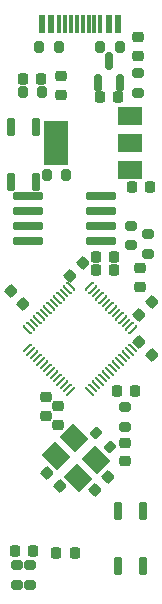
<source format=gbr>
%TF.GenerationSoftware,KiCad,Pcbnew,7.0.10*%
%TF.CreationDate,2024-01-20T01:54:22+09:00*%
%TF.ProjectId,slim,736c696d-2e6b-4696-9361-645f70636258,rev?*%
%TF.SameCoordinates,Original*%
%TF.FileFunction,Paste,Top*%
%TF.FilePolarity,Positive*%
%FSLAX46Y46*%
G04 Gerber Fmt 4.6, Leading zero omitted, Abs format (unit mm)*
G04 Created by KiCad (PCBNEW 7.0.10) date 2024-01-20 01:54:22*
%MOMM*%
%LPD*%
G01*
G04 APERTURE LIST*
G04 Aperture macros list*
%AMRoundRect*
0 Rectangle with rounded corners*
0 $1 Rounding radius*
0 $2 $3 $4 $5 $6 $7 $8 $9 X,Y pos of 4 corners*
0 Add a 4 corners polygon primitive as box body*
4,1,4,$2,$3,$4,$5,$6,$7,$8,$9,$2,$3,0*
0 Add four circle primitives for the rounded corners*
1,1,$1+$1,$2,$3*
1,1,$1+$1,$4,$5*
1,1,$1+$1,$6,$7*
1,1,$1+$1,$8,$9*
0 Add four rect primitives between the rounded corners*
20,1,$1+$1,$2,$3,$4,$5,0*
20,1,$1+$1,$4,$5,$6,$7,0*
20,1,$1+$1,$6,$7,$8,$9,0*
20,1,$1+$1,$8,$9,$2,$3,0*%
%AMRotRect*
0 Rectangle, with rotation*
0 The origin of the aperture is its center*
0 $1 length*
0 $2 width*
0 $3 Rotation angle, in degrees counterclockwise*
0 Add horizontal line*
21,1,$1,$2,0,0,$3*%
G04 Aperture macros list end*
%ADD10RoundRect,0.200000X-0.275000X0.200000X-0.275000X-0.200000X0.275000X-0.200000X0.275000X0.200000X0*%
%ADD11RoundRect,0.225000X0.250000X-0.225000X0.250000X0.225000X-0.250000X0.225000X-0.250000X-0.225000X0*%
%ADD12RoundRect,0.225000X0.225000X0.250000X-0.225000X0.250000X-0.225000X-0.250000X0.225000X-0.250000X0*%
%ADD13RoundRect,0.225000X-0.250000X0.225000X-0.250000X-0.225000X0.250000X-0.225000X0.250000X0.225000X0*%
%ADD14RoundRect,0.200000X-0.335876X-0.053033X-0.053033X-0.335876X0.335876X0.053033X0.053033X0.335876X0*%
%ADD15RoundRect,0.200000X-0.200000X-0.275000X0.200000X-0.275000X0.200000X0.275000X-0.200000X0.275000X0*%
%ADD16RoundRect,0.225000X-0.335876X-0.017678X-0.017678X-0.335876X0.335876X0.017678X0.017678X0.335876X0*%
%ADD17R,2.000000X1.500000*%
%ADD18R,2.000000X3.800000*%
%ADD19RoundRect,0.162500X0.162500X-0.612500X0.162500X0.612500X-0.162500X0.612500X-0.162500X-0.612500X0*%
%ADD20RoundRect,0.100000X0.000000X0.000000X0.000000X0.000000X0.000000X0.000000X0.000000X0.000000X0*%
%ADD21RoundRect,0.100000X-0.282843X-0.282843X-0.282843X-0.282843X0.282843X0.282843X0.282843X0.282843X0*%
%ADD22RoundRect,0.100000X0.000000X0.000000X0.000000X0.000000X0.000000X0.000000X0.000000X0.000000X0*%
%ADD23RoundRect,0.100000X-0.282843X0.282843X-0.282843X0.282843X0.282843X-0.282843X0.282843X-0.282843X0*%
%ADD24RoundRect,0.100000X0.000000X0.000000X0.000000X0.000000X0.000000X0.000000X0.000000X0.000000X0*%
%ADD25RoundRect,0.100000X0.282843X0.282843X0.282843X0.282843X-0.282843X-0.282843X-0.282843X-0.282843X0*%
%ADD26RoundRect,0.100000X0.000000X0.000000X0.000000X0.000000X0.000000X0.000000X0.000000X0.000000X0*%
%ADD27RoundRect,0.100000X0.282843X-0.282843X0.282843X-0.282843X-0.282843X0.282843X-0.282843X0.282843X0*%
%ADD28RoundRect,0.218750X-0.256250X0.218750X-0.256250X-0.218750X0.256250X-0.218750X0.256250X0.218750X0*%
%ADD29RoundRect,0.200000X0.275000X-0.200000X0.275000X0.200000X-0.275000X0.200000X-0.275000X-0.200000X0*%
%ADD30RoundRect,0.225000X0.335876X0.017678X0.017678X0.335876X-0.335876X-0.017678X-0.017678X-0.335876X0*%
%ADD31RoundRect,0.200000X0.200000X0.275000X-0.200000X0.275000X-0.200000X-0.275000X0.200000X-0.275000X0*%
%ADD32R,0.575000X1.650000*%
%ADD33R,0.300000X1.650000*%
%ADD34RoundRect,0.162500X-0.162500X0.612500X-0.162500X-0.612500X0.162500X-0.612500X0.162500X0.612500X0*%
%ADD35RoundRect,0.225000X-0.017678X0.335876X-0.335876X0.017678X0.017678X-0.335876X0.335876X-0.017678X0*%
%ADD36RoundRect,0.225000X0.017678X-0.335876X0.335876X-0.017678X-0.017678X0.335876X-0.335876X0.017678X0*%
%ADD37RoundRect,0.150000X0.150000X-0.587500X0.150000X0.587500X-0.150000X0.587500X-0.150000X-0.587500X0*%
%ADD38RoundRect,0.225000X-0.225000X-0.250000X0.225000X-0.250000X0.225000X0.250000X-0.225000X0.250000X0*%
%ADD39RotRect,1.900000X1.650000X315.000000*%
%ADD40RoundRect,0.218750X0.256250X-0.218750X0.256250X0.218750X-0.256250X0.218750X-0.256250X-0.218750X0*%
%ADD41RoundRect,0.150000X-1.150000X-0.150000X1.150000X-0.150000X1.150000X0.150000X-1.150000X0.150000X0*%
G04 APERTURE END LIST*
D10*
%TO.C,R8*%
X73288000Y-114485600D03*
X73288000Y-112835600D03*
%TD*%
%TO.C,R10*%
X83335000Y-86435000D03*
X83335000Y-84785000D03*
%TD*%
D11*
%TO.C,C17*%
X75900000Y-71440000D03*
X75900000Y-72990000D03*
%TD*%
D12*
%TO.C,C5*%
X79235000Y-73140000D03*
X80785000Y-73140000D03*
%TD*%
%TO.C,C18*%
X81920000Y-80780000D03*
X83470000Y-80780000D03*
%TD*%
D13*
%TO.C,C7*%
X75710000Y-100930000D03*
X75710000Y-99380000D03*
%TD*%
D10*
%TO.C,R6*%
X82430000Y-72833800D03*
X82430000Y-71183800D03*
%TD*%
D14*
%TO.C,R3*%
X80060000Y-102770000D03*
X78893274Y-101603274D03*
%TD*%
D15*
%TO.C,R5*%
X80895600Y-68923000D03*
X79245600Y-68923000D03*
%TD*%
D12*
%TO.C,C12*%
X72030000Y-111616400D03*
X73580000Y-111616400D03*
%TD*%
D16*
%TO.C,C16*%
X83636016Y-95056016D03*
X82540000Y-93960000D03*
%TD*%
D13*
%TO.C,C14*%
X74690000Y-100145000D03*
X74690000Y-98595000D03*
%TD*%
D17*
%TO.C,U3*%
X81770000Y-74780000D03*
D18*
X75470000Y-77080000D03*
D17*
X81770000Y-77080000D03*
X81770000Y-79380000D03*
%TD*%
D19*
%TO.C,BOOT*%
X73820000Y-75690000D03*
X73820000Y-80340000D03*
X71670000Y-75690000D03*
X71670000Y-80340000D03*
%TD*%
D10*
%TO.C,R11*%
X81370000Y-101110000D03*
X81370000Y-99460000D03*
%TD*%
%TO.C,R9*%
X81860000Y-85735000D03*
X81860000Y-84085000D03*
%TD*%
D20*
%TO.C,U4*%
X78033045Y-89477410D03*
D21*
X78315887Y-89194567D03*
D20*
X78598730Y-88911725D03*
X78315887Y-89760253D03*
D21*
X78598730Y-89477410D03*
D20*
X78881573Y-89194567D03*
X78598730Y-90043095D03*
D21*
X78881573Y-89760253D03*
D20*
X79164416Y-89477410D03*
X78881573Y-90325938D03*
D21*
X79164416Y-90043095D03*
D20*
X79447258Y-89760253D03*
X79164416Y-90608781D03*
D21*
X79447258Y-90325938D03*
D20*
X79730101Y-90043095D03*
X79447258Y-90891624D03*
D21*
X79730101Y-90608781D03*
D20*
X80012944Y-90325938D03*
X79730101Y-91174466D03*
D21*
X80012944Y-90891624D03*
D20*
X80295786Y-90608781D03*
X80012944Y-91457309D03*
D21*
X80295786Y-91174466D03*
D20*
X80578629Y-90891624D03*
X80295786Y-91740152D03*
D21*
X80578629Y-91457309D03*
D20*
X80861472Y-91174466D03*
X80578629Y-92022994D03*
D21*
X80861472Y-91740152D03*
D20*
X81144315Y-91457309D03*
X80861472Y-92305837D03*
D21*
X81144315Y-92022994D03*
D20*
X81427157Y-91740152D03*
X81144315Y-92588680D03*
D21*
X81427157Y-92305837D03*
D20*
X81710000Y-92022994D03*
X81427157Y-92871523D03*
D21*
X81710000Y-92588680D03*
D20*
X81992843Y-92305837D03*
X81710000Y-93154365D03*
D21*
X81992843Y-92871523D03*
D20*
X82275685Y-92588680D03*
D22*
X82275685Y-94710000D03*
D23*
X81992843Y-94427157D03*
D22*
X81710000Y-94144315D03*
X81992843Y-94992843D03*
D23*
X81710000Y-94710000D03*
D22*
X81427157Y-94427157D03*
X81710000Y-95275686D03*
D23*
X81427157Y-94992843D03*
D22*
X81144315Y-94710000D03*
X81427157Y-95558528D03*
D23*
X81144315Y-95275686D03*
D22*
X80861472Y-94992843D03*
X81144315Y-95841371D03*
D23*
X80861472Y-95558528D03*
D22*
X80578629Y-95275686D03*
X80861472Y-96124214D03*
D23*
X80578629Y-95841371D03*
D22*
X80295786Y-95558528D03*
X80578629Y-96407056D03*
D23*
X80295786Y-96124214D03*
D22*
X80012944Y-95841371D03*
X80295786Y-96689899D03*
D23*
X80012944Y-96407056D03*
D22*
X79730101Y-96124214D03*
X80012944Y-96972742D03*
D23*
X79730101Y-96689899D03*
D22*
X79447258Y-96407056D03*
X79730101Y-97255585D03*
D23*
X79447258Y-96972742D03*
D22*
X79164416Y-96689899D03*
X79447258Y-97538427D03*
D23*
X79164416Y-97255585D03*
D22*
X78881573Y-96972742D03*
X79164416Y-97821270D03*
D23*
X78881573Y-97538427D03*
D22*
X78598730Y-97255585D03*
X78881573Y-98104113D03*
D23*
X78598730Y-97821270D03*
D22*
X78315887Y-97538427D03*
X78598730Y-98386955D03*
D23*
X78315887Y-98104113D03*
D22*
X78033045Y-97821270D03*
D24*
X76477410Y-98386955D03*
D25*
X76760253Y-98104113D03*
D24*
X77043095Y-97821270D03*
X76194567Y-98104113D03*
D25*
X76477410Y-97821270D03*
D24*
X76760253Y-97538427D03*
X75911724Y-97821270D03*
D25*
X76194567Y-97538427D03*
D24*
X76477410Y-97255585D03*
X75628882Y-97538427D03*
D25*
X75911724Y-97255585D03*
D24*
X76194567Y-96972742D03*
X75346039Y-97255585D03*
D25*
X75628882Y-96972742D03*
D24*
X75911724Y-96689899D03*
X75063196Y-96972742D03*
D25*
X75346039Y-96689899D03*
D24*
X75628882Y-96407056D03*
X74780354Y-96689899D03*
D25*
X75063196Y-96407056D03*
D24*
X75346039Y-96124214D03*
X74497511Y-96407056D03*
D25*
X74780354Y-96124214D03*
D24*
X75063196Y-95841371D03*
X74214668Y-96124214D03*
D25*
X74497511Y-95841371D03*
D24*
X74780354Y-95558528D03*
X73931825Y-95841371D03*
D25*
X74214668Y-95558528D03*
D24*
X74497511Y-95275686D03*
X73648983Y-95558528D03*
D25*
X73931825Y-95275686D03*
D24*
X74214668Y-94992843D03*
X73366140Y-95275686D03*
D25*
X73648983Y-94992843D03*
D24*
X73931825Y-94710000D03*
X73083297Y-94992843D03*
D25*
X73366140Y-94710000D03*
D24*
X73648983Y-94427157D03*
X72800455Y-94710000D03*
D25*
X73083297Y-94427157D03*
D24*
X73366140Y-94144315D03*
D26*
X73366140Y-93154365D03*
D27*
X73083297Y-92871523D03*
D26*
X72800455Y-92588680D03*
X73648983Y-92871523D03*
D27*
X73366140Y-92588680D03*
D26*
X73083297Y-92305837D03*
X73931825Y-92588680D03*
D27*
X73648983Y-92305837D03*
D26*
X73366140Y-92022994D03*
X74214668Y-92305837D03*
D27*
X73931825Y-92022994D03*
D26*
X73648983Y-91740152D03*
X74497511Y-92022994D03*
D27*
X74214668Y-91740152D03*
D26*
X73931825Y-91457309D03*
X74780354Y-91740152D03*
D27*
X74497511Y-91457309D03*
D26*
X74214668Y-91174466D03*
X75063196Y-91457309D03*
D27*
X74780354Y-91174466D03*
D26*
X74497511Y-90891624D03*
X75346039Y-91174466D03*
D27*
X75063196Y-90891624D03*
D26*
X74780354Y-90608781D03*
X75628882Y-90891624D03*
D27*
X75346039Y-90608781D03*
D26*
X75063196Y-90325938D03*
X75911724Y-90608781D03*
D27*
X75628882Y-90325938D03*
D26*
X75346039Y-90043095D03*
X76194567Y-90325938D03*
D27*
X75911724Y-90043095D03*
D26*
X75628882Y-89760253D03*
X76477410Y-90043095D03*
D27*
X76194567Y-89760253D03*
D26*
X75911724Y-89477410D03*
X76760253Y-89760253D03*
D27*
X76477410Y-89477410D03*
D26*
X76194567Y-89194567D03*
X77043095Y-89477410D03*
D27*
X76760253Y-89194567D03*
D26*
X76477410Y-88911725D03*
%TD*%
D28*
%TO.C,D1*%
X82430000Y-69697500D03*
X82430000Y-68122500D03*
%TD*%
D29*
%TO.C,R7*%
X72170400Y-112835600D03*
X72170400Y-114485600D03*
%TD*%
D30*
%TO.C,C3*%
X71653984Y-89623984D03*
X72750000Y-90720000D03*
%TD*%
D15*
%TO.C,R2*%
X76375000Y-79820000D03*
X74725000Y-79820000D03*
%TD*%
D11*
%TO.C,C9*%
X82585000Y-87685000D03*
X82585000Y-89235000D03*
%TD*%
D31*
%TO.C,R4*%
X74102600Y-68973800D03*
X75752600Y-68973800D03*
%TD*%
D32*
%TO.C,J1*%
X74285000Y-67002500D03*
X75060000Y-67002500D03*
D33*
X75760000Y-67002500D03*
X76260000Y-67002500D03*
X76760000Y-67002500D03*
X77260000Y-67002500D03*
X77760000Y-67002500D03*
X78260000Y-67002500D03*
X78760000Y-67002500D03*
X79260000Y-67002500D03*
D32*
X79960000Y-67002500D03*
X80735000Y-67002500D03*
%TD*%
D34*
%TO.C,RUN*%
X80745000Y-112865000D03*
X80745000Y-108215000D03*
X82895000Y-112865000D03*
X82895000Y-108215000D03*
%TD*%
D35*
%TO.C,C2*%
X78797253Y-106443270D03*
X79893269Y-105347254D03*
%TD*%
D12*
%TO.C,C6*%
X72720000Y-71630000D03*
X74270000Y-71630000D03*
%TD*%
D36*
%TO.C,C10*%
X83646016Y-90513984D03*
X82550000Y-91610000D03*
%TD*%
D37*
%TO.C,U2*%
X80007600Y-70092500D03*
X80957600Y-71967500D03*
X79057600Y-71967500D03*
%TD*%
D38*
%TO.C,C15*%
X82185000Y-98070000D03*
X80635000Y-98070000D03*
%TD*%
D39*
%TO.C,Y1*%
X76995546Y-102025266D03*
X78904734Y-103934454D03*
X77384454Y-105454734D03*
X75475266Y-103545546D03*
%TD*%
D15*
%TO.C,R1*%
X74320000Y-72730000D03*
X72670000Y-72730000D03*
%TD*%
D12*
%TO.C,C8*%
X78885000Y-86690000D03*
X80435000Y-86690000D03*
%TD*%
D36*
%TO.C,C11*%
X77778008Y-87271992D03*
X76681992Y-88368008D03*
%TD*%
D16*
%TO.C,C1*%
X75870114Y-106119980D03*
X74774098Y-105023964D03*
%TD*%
D12*
%TO.C,C13*%
X78885000Y-87810000D03*
X80435000Y-87810000D03*
%TD*%
D40*
%TO.C,D2*%
X81370000Y-102462500D03*
X81370000Y-104037500D03*
%TD*%
D38*
%TO.C,C4*%
X77085000Y-111810000D03*
X75535000Y-111810000D03*
%TD*%
D41*
%TO.C,U1*%
X79310000Y-81581118D03*
X79310000Y-82851118D03*
X79310000Y-84121118D03*
X79310000Y-85391118D03*
X73110000Y-85391118D03*
X73110000Y-84121118D03*
X73110000Y-82851118D03*
X73110000Y-81581118D03*
%TD*%
M02*

</source>
